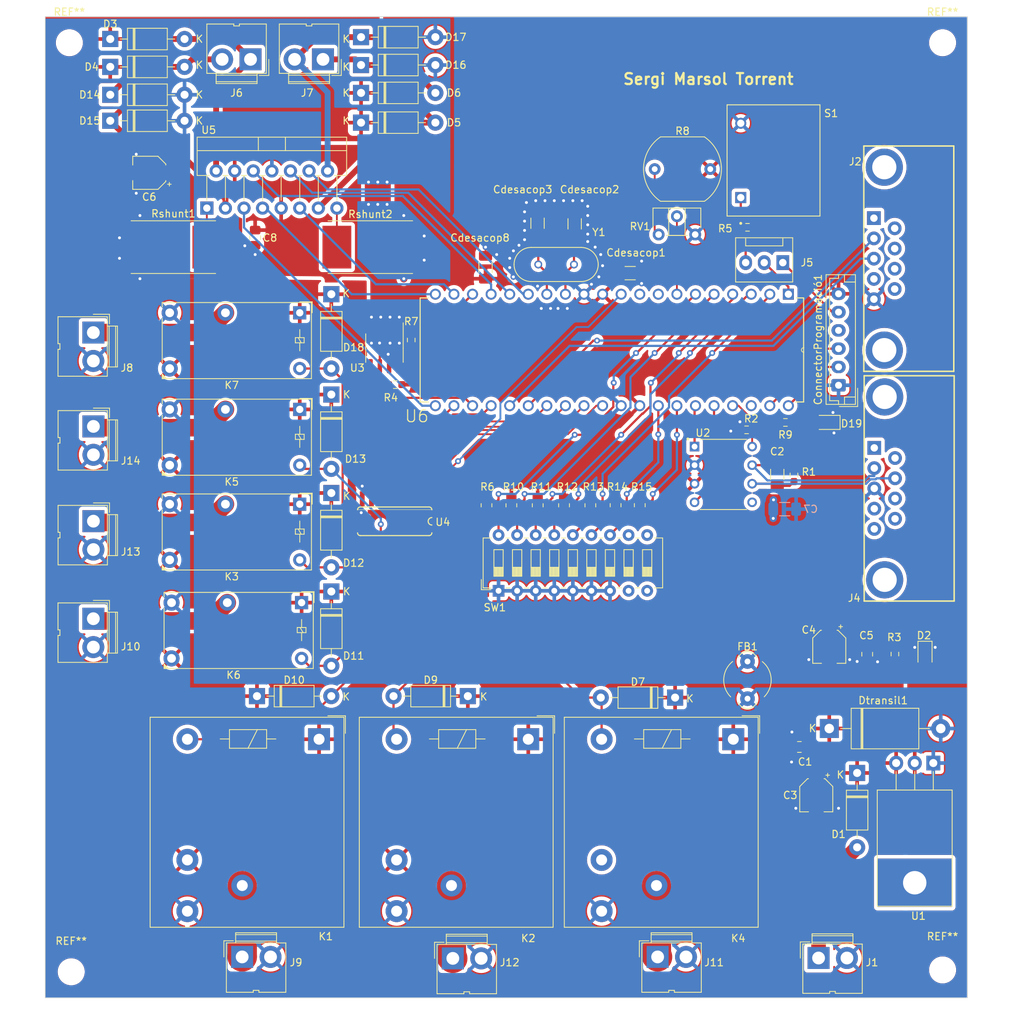
<source format=kicad_pcb>
(kicad_pcb (version 20221018) (generator pcbnew)
  (title_block (title "Car lights") (company "UB") (comment 1 "SergiMarsol") (comment 2 "22/04/23") (comment 3 "Version: 7"))
  (layers (0 "F.Cu" signal) (31 "B.Cu" mixed) (34 "B.Paste" user) (35 "F.Paste" user) (36 "B.SilkS" user "B.Silkscreen") (37 "F.SilkS" user "F.Silkscreen") (38 "B.Mask" user) (39 "F.Mask" user) (44 "Edge.Cuts" user))
  (net 0 "")
  (net 1 "VBAT-PROT")
  (net 2 "GND")
  (net 3 "CLK1")
  (net 4 "CLK0")
  (net 6 "VCC")
  (net 7 "Net-(D2-A)")
  (net 8 "/+motor1")
  (net 9 "/-motor1")
  (net 10 "/+motor2")
  (net 11 "/-motor2")
  (net 12 "R1")
  (net 13 "/led programació")
  (net 14 "R2")
  (net 15 "R3")
  (net 16 "R4")
  (net 17 "R5")
  (net 18 "R6")
  (net 19 "R7")
  (net 21 "RX")
  (net 22 "TX")
  (net 29 "/PGD")
  (net 33 "/PGC")
  (net 36 "/PROG.MCLR")
  (net 37 "/Reset")
  (net 38 "/MCLR")
  (net 39 "/Corriente3A_4")
  (net 40 "/Corriente8A_3")
  (net 41 "/Corriente3A_1")
  (net 42 "/Corriente8A_1")
  (net 43 "/Corriente8A_2")
  (net 44 "/Corriente3A_2")
  (net 45 "/Corriente3A_3")
  (net 46 "RA0")
  (net 47 "Net-(U6-RB4)")
  (net 48 "RA1")
  (net 49 "RA2")
  (net 50 "RA3")
  (net 51 "RA4")
  (net 52 "Net-(U2-RS)")
  (net 53 "SDA")
  (net 54 "SCL")
  (net 60 "I1")
  (net 61 "I2")
  (net 62 "I3")
  (net 63 "I4")
  (net 64 "I5")
  (net 65 "IN1")
  (net 66 "ENA")
  (net 67 "IN2")
  (net 68 "IN3")
  (net 69 "ENB")
  (net 70 "IN4")
  (net 71 "RB0")
  (net 72 "RB1")
  (net 73 "Net-(R8-Pad1)")
  (net 76 "Net-(U5-SENSE_A)")
  (net 77 "Net-(U5-SENSE_B)")
  (net 78 "VBAT")
  (net 80 "/CANRX")
  (net 81 "/CANTX")
  (net 82 "I6")
  (net 83 "I7")
  (net 84 "ADC")
  (net 85 "GNDPWR")
  (net 86 "/CAN-")
  (net 87 "/CAN+")
  (footprint "Resistor_SMD:R_0603_1608Metric_Pad0.98x0.95mm_HandSolder" (layer "F.Cu") (at 98.806 61.722 -90)
    (fp_text reference "R7")
    (fp_text value "4.7k")
  )
  (footprint "Connector:FanPinHeader_1x03_P2.54mm_Vertical" (layer "F.Cu") (at 149.606 51.14 180)
    (fp_text reference "J5")
    (fp_text value "Conn_01x03")
  )
  (footprint "Capacitor_SMD:C_0805_2012Metric_Pad1.18x1.45mm_HandSolder" (layer "F.Cu") (at 77.47 47.7305 90)
    (fp_text reference "C8")
    (fp_text value "100n")
  )
  (footprint "Capacitor_SMD:C_1206_3216Metric_Pad1.33x1.80mm_HandSolder" (layer "F.Cu") (at 128.7395 52.578)
    (fp_text reference "Cdesacop1")
    (fp_text value "100n")
  )
  (footprint "Relay_THT:Relay_SPDT_Finder_32.21-x000" (layer "F.Cu") (at 83.566 84.16 180)
    (fp_text reference "K3")
    (fp_text value "G5NB-1A-DC24")
  )
  (footprint "Diode_THT:D_DO-41_SOD81_P10.16mm_Horizontal" (layer "F.Cu") (at 87.884 69.174 -90)
    (fp_text reference "D13")
    (fp_text value "1N4002")
  )
  (footprint "Resistor_SMD:R_0805_2012Metric_Pad1.20x1.40mm_HandSolder" (layer "F.Cu") (at 116.098 84.312 -90)
    (fp_text reference "R11")
    (fp_text value "22k")
  )
  (footprint "Package_SO:SOIC-8_3.9x4.9mm_P1.27mm" (layer "F.Cu") (at 95.148 62.822 -90)
    (fp_text reference "U3")
    (fp_text value "24C02C/P")
  )
  (footprint "Capacitor_SMD:C_0805_2012Metric_Pad1.18x1.45mm_HandSolder" (layer "F.Cu") (at 161.142 104.6695 -90)
    (fp_text reference "C5")
    (fp_text value "100n")
  )
  (footprint "Capacitor_SMD:C_1206_3216Metric_Pad1.33x1.80mm_HandSolder" (layer "F.Cu") (at 121.15 45.8415 90)
    (fp_text reference "Cdesacop2")
    (fp_text value "100p")
  )
  (footprint "Resistor_SMD:R_Shunt_Vishay_WSR2_WSR3" (layer "F.Cu") (at 93.218 49.022)
    (fp_text reference "Rshunt2")
    (fp_text value "250")
  )
  (footprint "Resistor_SMD:R_0603_1608Metric_Pad0.98x0.95mm_HandSolder" (layer "F.Cu") (at 144.655 74)
    (fp_text reference "R2")
    (fp_text value "1k")
  )
  (footprint "DB9:DB9" (layer "F.Cu") (at 163.48 50.6 -90)
    (fp_text reference "J2")
    (fp_text value "DB9_ConnectorUSART")
  )
  (footprint "Relay_THT:Relay_SPDT_Finder_40.11" (layer "F.Cu") (at 114.8075 116.2925 -90)
    (fp_text reference "K2")
    (fp_text value "G5LE-14-CF_DC24")
  )
  (footprint "DIP787W46P254L927H533Q8:DIP787W46P254L927H533Q8" (layer "F.Cu") (at 141.478 80.096)
    (fp_text reference "U2")
    (fp_text value "MCP2551-I/P")
  )
  (footprint "Resistor_SMD:R_0805_2012Metric_Pad1.20x1.40mm_HandSolder" (layer "F.Cu") (at 123.298 84.312 -90)
    (fp_text reference "R13")
    (fp_text value "22k")
  )
  (footprint "Capacitor_SMD:C_0805_2012Metric_Pad1.18x1.45mm_HandSolder" (layer "F.Cu") (at 151.8705 117.348 180)
    (fp_text reference "C1")
    (fp_text value "100n")
  )
  (footprint "OptoDevice:R_LDR_10x8.5mm_P7.6mm_Vertical" (layer "F.Cu") (at 132.09 38.354)
    (fp_text reference "R8")
    (fp_text value "LDR03")
  )
  (footprint "Resistor_SMD:R_0805_2012Metric_Pad1.20x1.40mm_HandSolder" (layer "F.Cu") (at 119.698 84.312 -90)
    (fp_text reference "R12")
    (fp_text value "22k")
  )
  (footprint "Ferrite_THT:LairdTech_28C0236-0JW-10" (layer "F.Cu") (at 144.78 110.744 90)
    (fp_text reference "FB1")
    (fp_text value "FerriteBead")
  )
  (footprint "MountingHole:MountingHole_3.2mm_M3" (layer "F.Cu") (at 52.324 148.082)
    (fp_text reference "REF**")
    (fp_text value "MountingHole_3.2mm_M3")
  )
  (footprint "Relay_THT:Relay_SPDT_Finder_32.21-x000" (layer "F.Cu") (at 83.566 71.206 180)
    (fp_text reference "K5")
    (fp_text value "G5NB-1A-DC24")
  )
  (footprint "Diode_THT:D_DO-41_SOD81_P10.16mm_Horizontal" (layer "F.Cu") (at 159.766 120.904 -90)
    (fp_text reference "D1")
    (fp_text value "1N4002")
  )
  (footprint "Capacitor_SMD:CP_Elec_4x5.4" (layer "F.Cu") (at 154.178 123.952 -90)
    (fp_text reference "C3")
    (fp_text value "1u")
  )
  (footprint "MountingHole:MountingHole_3.2mm_M3" (layer "F.Cu") (at 171.45 21.082)
    (fp_text reference "REF**")
    (fp_text value "MountingHole_3.2mm_M3")
  )
  (footprint "Diode_THT:D_DO-41_SOD81_P10.16mm_Horizontal" (layer "F.Cu") (at 87.884 96.098 -90)
    (fp_text reference "D11")
    (fp_text value "1N4002")
  )
  (footprint "DIP254P1524X483-40:DIP254P1524X483-40" (layer "F.Cu") (at 102.108 70.698 -90)
    (fp_text reference "U6")
    (fp_text value "PIC18F458-I/P")
  )
  (footprint "Diode_THT:D_DO-41_SOD81_P10.16mm_Horizontal" (layer "F.Cu") (at 87.884 82.636 -90)
    (fp_text reference "D12")
    (fp_text value "1N4002")
  )
  (footprint "SO16:SO16" (layer "F.Cu") (at 96.55 86.5 180)
    (fp_text reference "U4")
    (fp_text value "ULN2003")
  )
  (footprint "LED_SMD:LED_0805_2012Metric_Pad1.15x1.40mm_HandSolder" (layer "F.Cu") (at 169.047 104.757 -90)
    (fp_text reference "D2")
    (fp_text value "LED")
  )
  (footprint "Connector:JWT_A3963_1x02_P3.96mm_Vertical" (layer "F.Cu") (at 76.8375 23.356 180)
    (fp_text reference "J6")
    (fp_text value "Conn_Motor1")
  )
  (footprint "Resistor_SMD:R_0805_2012Metric_Pad1.20x1.40mm_HandSolder" (layer "F.Cu") (at 112.498 84.312 -90)
    (fp_text reference "R10")
    (fp_text value "22k")
  )
  (footprint "Relay_THT:Relay_SPDT_Finder_32.21-x000" (layer "F.Cu") (at 83.566 57.998 180)
    (fp_text reference "K7")
    (fp_text value "G5NB-1A-DC24")
  )
  (footprint "Capacitor_SMD:CP_Elec_4x5.4" (layer "F.Cu") (at 155.956 103.654 -90)
    (fp_text reference "C4")
    (fp_text value "1u")
  )
  (footprint "MountingHole:MountingHole_3.2mm_M3" (layer "F.Cu") (at 52.07 21.082)
    (fp_text reference "REF**")
    (fp_text value "MountingHole_3.2mm_M3")
  )
  (footprint "Resistor_SMD:R_0603_1608Metric_Pad0.98x0.95mm_HandSolder" (layer "F.Cu") (at 164.932 104.653 -90)
    (fp_text reference "R3")
    (fp_text value "1k")
  )
  (footprint "Diode_THT:D_DO-41_SOD81_P10.16mm_Horizontal" (layer "F.Cu") (at 91.948 32.004)
    (fp_text reference "D5")
    (fp_text value "1N4007")
  )
  (footprint "Package_TO_SOT_THT:TO-220-15_P2.54x2.54mm_StaggerOdd_Lead4.58mm_Vertical" (layer "F.Cu") (at 70.866 43.688)
    (fp_text reference "U5")
    (fp_text value "L298N")
  )
  (footprint "Diode_THT:D_DO-201AE_P15.24mm_Horizontal" (layer "F.Cu") (at 155.956 114.828)
    (fp_text reference "Dtransil1")
    (fp_text value "1.5KExxA")
  )
  (footprint "Diode_THT:D_DO-41_SOD81_P10.16mm_Horizontal" (layer "F.Cu") (at 57.658 28.194)
    (fp_text reference "D14")
    (fp_text value "1N4007")
  )
  (footprint "Resistor_SMD:R_0805_2012Metric_Pad1.20x1.40mm_HandSolder" (layer "F.Cu") (at 126.746 84.302 -90)
    (fp_text reference "R14")
    (fp_text value "22k")
  )
  (footprint "Resistor_SMD:R_0805_2012Metric_Pad1.20x1.40mm_HandSolder" (layer "F.Cu") (at 130.048 84.302 -90)
    (fp_text reference "R15")
    (fp_text value "22k")
  )
  (footprint "Relay_THT:Relay_SPDT_Finder_40.11" (layer "F.Cu") (at 142.834 116.2925 -90)
    (fp_text reference "K4")
    (fp_text value "G5LE-14-CF_DC24")
  )
  (footprint "Relay_THT:Relay_SPDT_Finder_40.11" (layer "F.Cu") (at 86.2075 116.2925 -90)
    (fp_text reference "K1")
    (fp_text value "G5LE-14-CF_DC24")
  )
  (footprint "Connector:JWT_A3963_1x02_P3.96mm_Vertical" (layer "F.Cu") (at 104.4925 146.25)
    (fp_text reference "J12")
    (fp_text value "Conn_Antiniebla")
  )
  (footprint "Resistor_SMD:R_0805_2012Metric_Pad1.20x1.40mm_HandSolder" (layer "F.Cu") (at 109.098 84.312 -90)
    (fp_text reference "R6")
    (fp_text value "22k")
  )
  (footprint "Diode_THT:D_DO-41_SOD81_P10.16mm_Horizontal" (layer "F.Cu") (at 91.948 27.94)
    (fp_text reference "D6")
    (fp_text value "1N4007")
  )
  (footprint "Diode_THT:D_DO-41_SOD81_P10.16mm_Horizontal" (layer "F.Cu") (at 91.948 24.13)
    (fp_text reference "D16")
    (fp_text value "1N4007")
  )
  (footprint "Diode_THT:D_DO-41_SOD81_P10.16mm_Horizontal" (layer "F.Cu") (at 77.72 110.4)
    (fp_text reference "D10")
    (fp_text value "1N4002")
  )
  (footprint "Capacitor_SMD:C_1206_3216Metric_Pad1.33x1.80mm_HandSolder" (layer "F.Cu") (at 116.078 45.7585 -90)
    (fp_text reference "Cdesacop3")
    (fp_text value "100p")
  )
  (footprint "Capacitor_SMD:C_1206_3216Metric_Pad1.33x1.80mm_HandSolder" (layer "F.Cu") (at 148.844 80.096 -90)
    (fp_text reference "C2")
    (fp_text value "100p")
  )
  (footprint "Connector:JWT_A3963_1x02_P3.96mm_Vertical" (layer "F.Cu") (at 55.36 86.4845 -90)
    (fp_text reference "J13")
    (fp_text value "Conn_Posicio")
  )
  (footprint "Connector:JWT_A3963_1x02_P3.96mm_Vertical" (layer "F.Cu") (at 132.4925 146.05)
    (fp_text reference "J11")
    (fp_text value "Conn_Largas")
  )
  (footprint "Connector:JWT_A3963_1x02_P3.96mm_Vertical" (layer "F.Cu") (at 86.7435 23.356 180)
    (fp_text reference "J7")
    (fp_text value "Conn_Motor2")
  )
  (footprint "Resistor_SMD:R_0603_1608Metric_Pad0.98x0.95mm_HandSolder" (layer "F.Cu") (at 151.13 80.1605 -90)
    (fp_text reference "R1")
    (fp_text value "100")
  )
  (footprint "Diode_THT:D_DO-41_SOD81_P10.16mm_Horizontal" (layer "F.Cu") (at 57.658 20.574)
    (fp_text reference "D3")
    (fp_text value "1N4007")
  )
  (footprint "Diode_THT:D_DO-41_SOD81_P10.16mm_Horizontal" (layer "F.Cu") (at 57.658 24.384)
    (fp_text reference "D4")
    (fp_text value "1N4007")
  )
  (footprint "SW_A3AT-91L1-00R:SW_A3AT-91L1-00R" (layer "F.Cu") (at 148.336 37.17 90)
    (fp_text reference "S1")
    (fp_text value "A3AT-91L1-00R")
  )
  (footprint "DB9:DB9" (layer "F.Cu") (at 163.53 82.005 -90)
    (fp_text reference "J4")
    (fp_text value "DB9_ConnectorCAN")
  )
  (footprint "XTAL_HC49P488W43L1150T466H350:XTAL_HC49P488W43L1150T466H350" (layer "F.Cu") (at 118.618 51.394)
    (fp_text reference "Y1")
    (fp_text value "HC-49")
  )
  (footprint "Diode_THT:D_DO-41_SOD81_P10.16mm_Horizontal" (layer "F.Cu") (at 57.658 31.75)
    (fp_text reference "D15")
    (fp_text value "1N4007")
  )
  (footprint "Footprint regulador:TO-220-3_Horizontal_TabDown (P2)" (layer "F.Cu") (at 170.133 119.171 180)
    (fp_text reference "U1")
    (fp_text value "LM1117S-5.0")
  )
  (footprint "Resistor_SMD:R_0603_1608Metric_Pad0.98x0.95mm_HandSolder" (layer "F.Cu") (at 149.9635 72.984 180)
    (fp_text reference "R9")
    (fp_text value "1k")
  )
  (footprint "Resistor_SMD:R_Shunt_Vishay_WSR2_WSR3" (layer "F.Cu") (at 66.291 49.022 180)
    (fp_text reference "Rshunt1")
    (fp_text value "250")
  )
  (footprint "Diode_THT:D_DO-41_SOD81_P10.16mm_Horizontal" (layer "F.Cu") (at 91.948 20.32)
    (fp_text reference "D17")
    (fp_text value "1N4007")
  )
  (footprint "LED_SMD:LED_0805_2012Metric_Pad1.15x1.40mm_HandSolder" (layer "F.Cu") (at 155.575 72.984 180)
    (fp_text reference "D19")
    (fp_text value "LED")
  )
  (footprint "Resistor_SMD:R_0603_1608Metric_Pad0.98x0.95mm_HandSolder" (layer "F.Cu") (at 144.78 46.314 180)
    (fp_text reference "R5")
    (fp_text value "1k")
  )
  (footprint "Relay_THT:Relay_SPDT_Finder_32.21-x000" (layer "F.Cu") (at 83.82 97.622 180)
    (fp_text reference "K6")
    (fp_text value "G5NB-1A-DC24")
  )
  (footprint "Potentiometer_THT:Potentiometer_ACP_CA6-H2,5_Horizontal" (layer "F.Cu") (at 132.628 47.299 90)
    (fp_text reference "RV1")
    (fp_text value "R_Potentiometer")
  )
  (footprint "Connector:JWT_A3963_1x02_P3.96mm_Vertical" (layer "F.Cu") (at 154.495 146.2)
    (fp_text reference "J1")
    (fp_text value "Conn_bat")
  )
  (footprint "Connector_JST:JST_EH_B6B-EH-A_1x06_P2.50mm_Vertical" (layer "F.Cu") (at 157.226 67.904 90)
    (fp_text reference "ConnectorProgramació1")
    (fp_text value "Conn_01x06")
  )
  (footprint "Diode_THT:D_DO-41_SOD81_P10.16mm_Horizontal" (layer "F.Cu") (at 87.884 55.458 -90)
    (fp_text reference "D18")
    (fp_text value "1N4002")
  )
  (footprint "Connector:JWT_A3963_1x02_P3.96mm_Vertical" (layer "F.Cu") (at 55.348 60.701 -90)
    (fp_text reference "J8")
    (fp_text value "Conn_I.E")
  )
  (footprint "Connector:JWT_A3963_1x02_P3.96mm_Vertical" (layer "F.Cu") (at 75.6925 146.05)
    (fp_text reference "J9")
    (fp_text value "Conn_Fre")
  )
  (footprint "Capacitor_SMD:C_1206_3216Metric_Pad1.33x1.80mm_HandSolder" (layer "F.Cu") (at 108.966 51.7775 90)
    (fp_text reference "Cdesacop8")
    (fp_text value "100n")
  )
  (footprint "Capacitor_SMD:CP_Elec_4x5.4" (layer "F.Cu") (at 62.992 38.862 180)
    (fp_text reference "C6")
    (fp_text value "220n")
  )
  (footprint "MountingHole:MountingHole_3.2mm_M3" (layer "F.Cu") (at 171.45 147.828)
    (fp_text reference "REF**")
    (fp_text value "MountingHole_3.2mm_M3")
  )
  (footprint "Connector:JWT_A3963_1x02_P3.96mm_Vertical" (layer "F.Cu") (at 55.348 99.817 -90)
    (fp_text reference "J10")
    (fp_text value "Conn_Cruce")
  )
  (footprint "Connector:JWT_A3963_1x02_P3.96mm_Vertical" (layer "F.Cu") (at 55.36 73.5305 -90)
    (fp_text reference "J14")
    (fp_text value "Conn_I.D")
  )
  (footprint "Resistor_SMD:R_0603_1608Metric_Pad0.98x0.95mm_HandSolder" (layer "F.Cu") (at 96.6235 67.818 180)
    (fp_text reference "R4")
    (fp_text value "4.7k")
  )
  (footprint "Diode_THT:D_DO-41_SOD81_P10.16mm_Horizontal" (layer "F.Cu") (at 106.546 110.4 180)
    (fp_text reference "D9")
    (fp_text value "1N4002")
  )
  (footprint "Button_Switch_THT:SW_DIP_SPSTx09_Slide_6.7x24.42mm_W7.62mm_P2.54mm_LowProfile" (layer "F.Cu") (at 110.744 96.002 90)
    (fp_text reference "SW1")
    (fp_text value "SW_DIP_x09")
  )
  (footprint "Diode_THT:D_DO-41_SOD81_P10.16mm_Horizontal" (layer "F.Cu") (at 134.88 110.6 180)
    (fp_text reference "D7")
    (fp_text value "1N4002")
  )
  (footprint "Capacitor_SMD:C_1206_3216Metric_Pad1.33x1.80mm_HandSolder" (layer "B.Cu") (at 149.86 84.836)
    (fp_text reference "C7")
    (fp_text value "100n")
  )
  (gr_rect (start 48.768 17.526) (end 174.835 151.646) (stroke (width 0.1)) (fill none) (layer "Edge.Cuts"))
  (gr_text "Sergi Marsol Torrent\n" (at 127.625 26.925) (layer "F.SilkS") (effects (font (size 1.5 1.5) (thickness 0.3) bold) (justify left bottom)))
  (segment (start 95.783 62.019) (end 95.91 62.146) (width 0.25) (layer "F.Cu") (net 2))
  (segment (start 97.053 62.019) (end 97.18 62.146) (width 0.25) (layer "F.Cu") (net 2))
  (segment (start 92.105 81.691) (end 92.105 83.4266) (width 0.25) (layer "F.Cu") (net 2))
  (segment (start 76.054874 48.837149) (end 77.400851 48.837149) (width 0.25) (layer "F.Cu") (net 2))
  (segment (start 153.162 105.41) (end 153.206 105.454) (width 0.25) (layer "F.Cu") (net 2))
  (segment (start 93.37 60.22) (end 93.243 60.347) (width 0.25) (layer "F.Cu") (net 2))
  (segment (start 167.64 103.732) (end 169.047 103.732) (width 0.25) (layer "F.Cu") (net 2))
  (segment (start 91.970646 85.321353) (end 92.105 85.186999) (width 0.25) (layer "F.Cu") (net 2))
  (segment (start 156.6 71.764) (end 156.6 72.984) (width 0.25) (layer "F.Cu") (net 2))
  (segment (start 95.656 64.793249) (end 95.783 64.920249) (width 0.25) (layer "F.Cu") (net 2))
  (segment (start 110.49 50.038) (end 109.143 50.038) (width 0.25) (layer "F.Cu") (net 2))
  (segment (start 121.271 44.4) (end 121.15 44.279) (width 1) (layer "F.Cu") (net 2))
  (segment (start 94.488 61.214) (end 94.488 60.314) (width 0.25) (layer "F.Cu") (net 2))
  (segment (start 109.143 50.038) (end 108.966 50.215) (width 0.25) (layer "F.Cu") (net 2))
  (segment (start 94.64 58.59) (end 94.64 60.22) (width 0.25) (layer "F.Cu") (net 2))
  (segment (start 93.37 58.59) (end 93.37 60.22) (width 0.25) (layer "F.Cu") (net 2))
  (segment (start 95.656 63.67) (end 95.656 64.793249) (width 0.25) (layer "F.Cu") (net 2))
  (segment (start 115.607 44.279) (end 116.081 44.279) (width 0.5) (layer "F.Cu") (net 2))
  (segment (start 170.434 103.732) (end 169.047 103.732) (width 0.25) (layer "F.Cu") (net 2))
  (segment (start 94.478781 61.223219) (end 94.488 61.214) (width 0.25) (layer "F.Cu") (net 2))
  (segment (start 159.766 105.664) (end 159.809 105.707) (width 0.25) (layer "F.Cu") (net 2))
  (segment (start 92.105 85.186999) (end 92.105 83.4266) (width 0.25) (layer "F.Cu") (net 2))
  (segment (start 162.56 105.707) (end 161.142 105.707) (width 0.25) (layer "F.Cu") (net 2))
  (segment (start 97.18 60.22) (end 97.053 60.347) (width 0.25) (layer "F.Cu") (net 2))
  (segment (start 156.6 74.422) (end 156.6 72.984) (width 0.25) (layer "F.Cu") (net 2))
  (segment (start 158.75 105.41) (end 156 105.41) (width 0.25) (layer "F.Cu") (net 2))
  (segment (start 95.91 60.22) (end 95.783 60.347) (width 0.25) (layer "F.Cu") (net 2))
  (segment (start 156 105.41) (end 155.956 105.454) (width 0.25) (layer "F.Cu") (net 2))
  (segment (start 93.243 60.347) (end 93.243 62.019) (width 0.25) (layer "F.Cu") (net 2))
  (segment (start 97.18 58.59) (end 97.18 60.22) (width 0.25) (layer "F.Cu") (net 2))
  (segment (start 95.91 58.59) (end 95.91 60.22) (width 0.25) (layer "F.Cu") (net 2))
  (segment (start 159.809 105.707) (end 161.142 105.707) (width 0.25) (layer "F.Cu") (net 2))
  (segment (start 77.47 50.038) (end 77.47 48.768) (width 0.25) (layer "F.Cu") (net 2))
  (segment (start 143.7425 72.898) (end 143.7425 74) (width 0.25) (layer "F.Cu") (net 2))
  (segment (start 130.302 50.93425) (end 130.302 52.578) (width 0.25) (layer "F.Cu") (net 2))
  (segment (start 142.494 74.168) (end 143.5745 74.168) (width 0.25) (layer "F.Cu") (net 2))
  (segment (start 143.5745 74.168) (end 143.7425 74) (width 0.25) (layer "F.Cu") (net 2))
  (segment (start 153.206 105.454) (end 155.956 105.454) (width 0.25) (layer "F.Cu") (net 2))
  (segment (start 94.478781 62.132291) (end 94.478781 61.223219) (width 0.25) (layer "F.Cu") (net 2))
  (segment (start 94.64 60.22) (end 94.513 60.347) (width 0.25) (layer "F.Cu") (net 2))
  (segment (start 97.053 60.347) (end 97.053 62.019) (width 0.25) (layer "F.Cu") (net 2))
  (segment (start 95.783 60.347) (end 95.783 62.019) (width 0.25) (layer "F.Cu") (net 2))
  (segment (start 108.966 49.022) (end 108.966 50.215) (width 0.25) (layer "F.Cu") (net 2))
  (segment (start 156.464 71.628) (end 156.6 71.764) (width 0.25) (layer "F.Cu") (net 2))
  (segment (start 130.302 53.9875) (end 130.302 52.578) (width 0.25) (layer "F.Cu") (net 2))
  (segment (start 95.783 64.920249) (end 95.783 65.297) (width 0.25) (layer "F.Cu") (net 2))
  (segment (start 93.243 62.019) (end 93.37 62.146) (width 0.25) (layer "F.Cu") (net 2))
  (via (at 142.494 74.168) (size 0.8) (drill 0.4) (layers "F.Cu" "B.Cu") (net 2))
  (via (at 158.75 105.41) (size 0.8) (drill 0.4) (layers "F.Cu" "B.Cu") (net 2))
  (via (at 77.47 50.038) (size 0.8) (drill 0.4) (layers "F.Cu" "B.Cu") (net 2))
  (via (at 122.936 48.26) (size 0.8) (drill 0.4) (layers "F.Cu" "B.Cu") (net 2))
  (via (at 112.776 53.086) (size 0.8) (drill 0.4) (layers "F.Cu" "B.Cu") (net 2))
  (via (at 92.105 81.691) (size 0.8) (drill 0.4) (layers "F.Cu" "B.Cu") (net 2))
  (via (at 116.586 57.404) (size 0.8) (drill 0.4) (layers "F.Cu" "B.Cu") (net 2))
  (via (at 122.936 44.704) (size 0.8) (drill 0.4) (layers "F.Cu" "B.Cu") (net 2))
  (via (at 117.856 57.404) (size 0.8) (drill 0.4) (layers "F.Cu" "B.Cu") (net 2))
  (via (at 97.18 62.146) (size 0.8) (drill 0.4) (layers "F.Cu" "B.Cu") (net 2))
  (via (at 122.174 42.672) (size 0.8) (drill 0.4) (layers "F.Cu" "B.Cu") (net 2))
  (via (at 120.904 42.672) (size 0.8) (drill 0.4) (layers "F.Cu" "B.Cu") (net 2))
  (via (at 116.078 54.356) (size 0.8) (drill 0.4) (layers "F.Cu" "B.Cu") (net 2))
  (via (at 159.766 105.664) (size 0.8) (drill 0.4) (layers "F.Cu" "B.Cu") (net 2))
  (via (at 114.3 44.196) (size 0.8) (drill 0.4) (layers "F.Cu" "B.Cu") (net 2))
  (via (at 94.478781 62.132291) (size 0.8) (drill 0.4) (layers "F.Cu" "B.Cu") (net 2))
  (via (at 93.37 62.146) (size 0.8) (drill 0.4) (layers "F.Cu" "B.Cu") (net 2))
  (via (at 122.936 47.244) (size 0.8) (drill 0.4) (layers "F.Cu" "B.Cu") (net 2))
  (via (at 119.634 42.672) (size 0.8) (drill 0.4) (layers "F.Cu" "B.Cu") (net 2))
  (via (at 97.18 58.59) (size 0.8) (drill 0.4) (layers "F.Cu" "B.Cu") (net 2))
  (via (at 114.3 48.006) (size 0.8) (drill 0.4) (layers "F.Cu" "B.Cu") (net 2))
  (via (at 124.46 53.086) (size 0.8) (drill 0.4) (layers "F.Cu" "B.Cu") (net 2))
  (via (at 112.268 50.546) (size 0.8) (drill 0.4) (layers "F.Cu" "B.Cu") (net 2))
  (via (at 143.7425 72.898) (size 0.8) (drill 0.4) (layers "F.Cu" "B.Cu") (net 2))
  (via (at 130.302 50.93425) (size 0.8) (drill 0.4) (layers "F.Cu" "B.Cu") (net 2))
  (via (at 114.554 42.926) (size 0.8) (drill 0.4) (layers "F.Cu" "B.Cu") (net 2))
  (via (at 130.302 53.9875) (size 0.8) (drill 0.4) (layers "F.Cu" "B.Cu") (net 2))
  (via (at 95.91 62.146) (size 0.8) (drill 0.4) (layers "F.Cu" "B.Cu") (net 2))
  (via (at 114.3 45.466) (size 0.8) (drill 0.4) (layers "F.Cu" "B.Cu") (net 2))
  (via (at 122.936 45.974) (size 0.8) (drill 0.4) (layers "F.Cu" "B.Cu") (net 2))
  (via (at 115.824 42.672) (size 0.8) (drill 0.4) (layers "F.Cu" "B.Cu") (net 2))
  (via (at 123.952 49.022) (size 0.8) (drill 0.4) (layers "F.Cu" "B.Cu") (net 2))
  (via (at 76.054874 48.837149) (size 0.8) (drill 0.4) (layers "F.Cu" "B.Cu") (net 2))
  (via (at 112.776 49.53) (size 0.8) (drill 0.4) (layers "F.Cu" "B.Cu") (net 2))
  (via (at 120.142 57.404) (size 0.8) (drill 0.4) (layers "F.Cu" "B.Cu") (net 2))
  (via (at 153.162 105.41) (size 0.8) (drill 0.4) (layers "F.Cu" "B.Cu") (net 2))
  (via (at 162.56 105.707) (size 0.8) (drill 0.4) (layers "F.Cu" "B.Cu") (net 2))
  (via (at 170.434 103.732) (size 0.8) (drill 0.4) (layers "F.Cu" "B.Cu") (net 2))
  (via (at 114.3 46.736) (size 0.8) (drill 0.4) (layers "F.Cu" "B.Cu") (net 2))
  (via (at 118.872 57.404) (size 0.8) (drill 0.4) (layers "F.Cu" "B.Cu") (net 2))
  (via (at 108.966 49.022) (size 0.8) (drill 0.4) (layers "F.Cu" "B.Cu") (net 2))
  (via (at 91.970646 85.321353) (size 0.8) (drill 0.4) (layers "F.Cu" "B.Cu") (net 2))
  (via (at 117.094 42.672) (size 0.8) (drill 0.4) (layers "F.Cu" "B.Cu") (net 2))
  (via (at 110.49 50.038) (size 0.8) (drill 0.4) (layers "F.Cu" "B.Cu") (net 2))
  (via (at 167.64 103.732) (size 0.8) (drill 0.4) (layers "F.Cu" "B.Cu") (net 2))
  (via (at 122.936 43.434) (size 0.8) (drill 0.4) (layers "F.Cu" "B.Cu") (net 2))
  (via (at 124.714 50.038) (size 0.8) (drill 0.4) (layers "F.Cu" "B.Cu") (net 2))
  (via (at 93.37 58.59) (size 0.8) (drill 0.4) (layers "F.Cu" "B.Cu") (net 2))
  (via (at 113.538 48.768) (size 0.8) (drill 0.4) (layers "F.Cu" "B.Cu") (net 2))
  (via (at 95.656 63.67) (size 0.8) (drill 0.4) (layers "F.Cu" "B.Cu") (net 2))
  (via (at 124.968 51.562) (size 0.8) (drill 0.4) (layers "F.Cu" "B.Cu") (net 2))
  (via (at 112.268 51.816) (size 0.8) (drill 0.4) (layers "F.Cu" "B.Cu") (net 2))
  (via (at 156.6 74.422) (size 0.8) (drill 0.4) (layers "F.Cu" "B.Cu") (net 2))
  (via (at 123.444 54.102) (size 0.8) (drill 0.4) (layers "F.Cu" "B.Cu") (net 2))
  (via (at 95.91 58.59) (size 0.8) (drill 0.4) (layers "F.Cu" "B.Cu") (net 2))
  (via (at 118.364 42.672) (size 0.8) (drill 0.4) (layers "F.Cu" "B.Cu") (net 2))
  (via (at 94.64 58.59) (size 0.8) (drill 0.4) (layers "F.Cu" "B.Cu") (net 2))
  (via (at 156.464 71.628) (size 0.8) (drill 0.4) (layers "F.Cu" "B.Cu") (net 2))
  (segment (start 137.8355 78.5335) (end 137.543 78.826) (width 0.5) (layer "B.Cu") (net 2))
  (segment (start 127.2155 70.9905) (end 127.508 70.698) (width 0.5) (layer "B.Cu") (net 2))
  (segment (start 119.888 52.564) (end 119.888 55.458) (width 0.3) (layer "F.Cu") (net 3))
  (segment (start 121.058 51.394) (end 119.888 52.564) (width 0.3) (layer "F.Cu") (net 3))
  (segment (start 121.058 51.394) (end 121.058 47.4685) (width 0.3) (layer "F.Cu") (net 3))
  (segment (start 121.058 47.4685) (end 121.158 47.3685) (width 0.3) (layer "F.Cu") (net 3))
  (segment (start 117.348 52.564) (end 117.348 55.458) (width 0.3) (layer "F.Cu") (net 4))
  (segment (start 116.178 47.507) (end 116.178 51.394) (width 0.3) (layer "F.Cu") (net 4))
  (segment (start 116.078 47.407) (end 116.178 47.507) (width 0.3) (layer "F.Cu") (net 4))
  (segment (start 116.178 51.394) (end 117.348 52.564) (width 0.3) (layer "F.Cu") (net 4))
  (segment (start 167.64 119.634) (end 167.64 119.548) (width 0.5) (layer "F.Cu") (net 6))
  (segment (start 145.6925 46.314) (end 148.136 46.314) (width 0.5) (layer "F.Cu") (net 6))
  (segment (start 148.136 46.314) (end 157.226 55.404) (width 0.5) (layer "F.Cu") (net 6))
  (via (at 148.2975 86.106) (size 0.8) (drill 0.4) (layers "F.Cu" "B.Cu") (net 6))
  (via (at 148.336 83.566) (size 0.8) (drill 0.4) (layers "F.Cu" "B.Cu") (net 6))
  (segment (start 148.2975 86.106) (end 148.2975 84.836) (width 1) (layer "B.Cu") (net 6))
  (segment (start 148.2975 83.6045) (end 148.336 83.566) (width 1) (layer "B.Cu") (net 6))
  (segment (start 148.2975 84.836) (end 148.2975 83.6045) (width 1) (layer "B.Cu") (net 6))
  (segment (start 168.8305 105.5655) (end 169.047 105.782) (width 0.25) (layer "F.Cu") (net 7))
  (segment (start 164.932 105.5655) (end 168.8305 105.5655) (width 0.25) (layer "F.Cu") (net 7))
  (segment (start 67.818 20.574) (end 74.0555 20.574) (width 0.8) (layer "F.Cu") (net 8))
  (segment (start 72.136 28.0575) (end 76.8375 23.356) (width 0.8) (layer "F.Cu") (net 8))
  (segment (start 72.136 38.608) (end 72.136 28.0575) (width 0.8) (layer "F.Cu") (net 8))
  (segment (start 65.278 20.574) (end 57.658 28.194) (width 0.8) (layer "F.Cu") (net 8))
  (segment (start 74.0555 20.574) (end 76.8375 23.356) (width 0.8) (layer "F.Cu") (net 8))
  (segment (start 67.818 20.574) (end 65.278 20.574) (width 0.8) (layer "F.Cu") (net 8))
  (segment (start 65.390792 34.4) (end 60.2 34.4) (width 0.8) (layer "F.Cu") (net 9))
  (segment (start 73.406 43.688) (end 73.406 42.415208) (width 0.8) (layer "F.Cu") (net 9))
  (segment (start 72.9575 23.356) (end 68.846 23.356) (width 0.8) (layer "F.Cu") (net 9))
  (segment (start 73.406 42.415208) (end 65.390792 34.4) (width 0.8) (layer "F.Cu") (net 9))
  (segment (start 60.2 34.292) (end 57.658 31.75) (width 0.8) (layer "F.Cu") (net 9))
  (segment (start 67.818 24.384) (end 65.024 24.384) (width 0.8) (layer "F.Cu") (net 9))
  (segment (start 60.2 34.4) (end 60.2 34.292) (width 0.8) (layer "F.Cu") (net 9))
  (segment (start 65.024 24.384) (end 57.658 31.75) (width 0.8) (layer "F.Cu") (net 9))
  (segment (start 68.846 23.356) (end 67.818 24.384) (width 0.8) (layer "F.Cu") (net 9))
  (segment (start 86.7435 23.356) (end 91.174 23.356) (width 0.8) (layer "F.Cu") (net 10))
  (segment (start 91.948 24.13) (end 94.234 24.13) (width 0.8) (layer "F.Cu") (net 10))
  (segment (start 102.108 32.004) (end 97.79 32.004) (width 0.8) (layer "F.Cu") (net 10))
  (segment (start 94.234 24.13) (end 102.108 32.004) (width 0.8) (layer "F.Cu") (net 10))
  (segment (start 91.174 23.356) (end 91.948 24.13) (width 0.8) (layer "F.Cu") (net 10))
  (segment (start 97.79 32.004) (end 86.106 43.688) (width 0.8) (layer "F.Cu") (net 10))
  (segment (start 85.8995 20.32) (end 82.8635 23.356) (width 0.8) (layer "F.Cu") (net 11))
  (segment (start 91.948 20.32) (end 94.488 20.32) (width 0.8) (layer "F.Cu") (net 11))
  (segment (start 91.948 20.32) (end 85.8995 20.32) (width 0.8) (layer "F.Cu") (net 11))
  (segment (start 94.488 20.32) (end 102.108 27.94) (width 0.8) (layer "F.Cu") (net 11))
  (segment (start 87.376 27.8685) (end 87.376 38.608) (width 0.8) (layer "B.Cu") (net 11))
  (segment (start 82.8635 23.356) (end 87.376 27.8685) (width 0.8) (layer "B.Cu") (net 11))
  (segment (start 124.834 116.2925) (end 124.834 110.714) (width 0.3) (layer "F.Cu") (net 12))
  (segment (start 124.72 110.6) (end 122.0216 110.6) (width 0.3) (layer "F.Cu") (net 12))
  (segment (start 124.834 110.714) (end 124.72 110.6) (width 0.3) (layer "F.Cu") (net 12))
  (segment (start 122.0216 110.6) (end 100.995 89.5734) (width 0.3) (layer "F.Cu") (net 12))
  (segment (start 124.72 116.1785) (end 124.834 116.2925) (width 0.3) (layer "F.Cu") (net 12))
  (segment (start 150.876 72.984) (end 154.437 72.984) (width 0.3) (layer "F.Cu") (net 13))
  (segment (start 96.386 115.871) (end 96.8075 116.2925) (width 0.3) (layer "F.Cu") (net 14))
  (segment (start 96.386 110.4) (end 96.386 115.871) (width 0.3) (layer "F.Cu") (net 14))
  (segment (start 99.725 107.061) (end 96.386 110.4) (width 0.3) (layer "F.Cu") (net 14))
  (segment (start 99.725 89.5734) (end 99.725 107.061) (width 0.3) (layer "F.Cu") (net 14))
  (segment (start 98.455 99.825) (end 87.88 110.4) (width 0.3) (layer "F.Cu") (net 15))
  (segment (start 81.9875 116.2925) (end 68.2075 116.2925) (width 0.3) (layer "F.Cu") (net 15))
  (segment (start 87.88 110.4) (end 81.9875 116.2925) (width 0.3) (layer "F.Cu") (net 15))
  (segment (start 98.455 89.5734) (end 98.455 99.825) (width 0.3) (layer "F.Cu") (net 15))
  (segment (start 84.833 106.258) (end 87.884 106.258) (width 0.3) (layer "F.Cu") (net 16))
  (segment (start 97.185 96.957) (end 87.884 106.258) (width 0.3) (layer "F.Cu") (net 16))
  (segment (start 97.185 89.5734) (end 97.185 96.957) (width 0.3) (layer "F.Cu") (net 16))
  (segment (start 83.82 105.242) (end 83.82 105.245) (width 0.3) (layer "F.Cu") (net 16))
  (segment (start 83.82 105.245) (end 84.833 106.258) (width 0.3) (layer "F.Cu") (net 16))
  (segment (start 87.884 92.796) (end 84.582 92.796) (width 0.3) (layer "F.Cu") (net 17))
  (segment (start 95.915 89.5734) (end 95.915 91.0894) (width 0.3) (layer "F.Cu") (net 17))
  (segment (start 84.582 92.796) (end 83.566 91.78) (width 0.3) (layer "F.Cu") (net 17))
  (segment (start 95.915 91.0894) (end 94.2084 92.796) (width 0.3) (layer "F.Cu") (net 17))
  (segment (start 94.2084 92.796) (end 87.884 92.796) (width 0.3) (layer "F.Cu") (net 17))
  (segment (start 94.645 89.5734) (end 94.645 86.905) (width 0.3) (layer "F.Cu") (net 18))
  (segment (start 84.074 79.334) (end 83.566 78.826) (width 0.3) (layer "F.Cu") (net 18))
  (segment (start 87.884 79.334) (end 84.074 79.334) (width 0.3) (layer "F.Cu") (net 18))
  (segment (start 94.645 86.905) (end 94.65 86.9) (width 0.3) (layer "F.Cu") (net 18))
  (via (at 94.65 86.9) (size 0.8) (drill 0.4) (layers "F.Cu" "B.Cu") (net 18))
  (segment (start 94.65 86.1) (end 87.884 79.334) (width 0.3) (layer "B.Cu") (net 18))
  (segment (start 94.65 86.9) (end 94.65 86.1) (width 0.3) (layer "B.Cu") (net 18))
  (segment (start 89.434 67.168) (end 89.434 84.1164) (width 0.3) (layer "F.Cu") (net 19))
  (segment (start 87.884 65.618) (end 89.434 67.168) (width 0.3) (layer "F.Cu") (net 19))
  (segment (start 87.884 65.618) (end 83.566 65.618) (width 0.3) (layer "F.Cu") (net 19))
  (segment (start 93.375 88.0574) (end 93.375 89.5734) (width 0.3) (layer "F.Cu") (net 19))
  (segment (start 89.434 84.1164) (end 93.375 88.0574) (width 0.3) (layer "F.Cu") (net 19))
  (segment (start 123.7095 61.7965) (end 114.808 70.698) (width 0.3) (layer "F.Cu") (net 21))
  (segment (start 124.206 61.7965) (end 123.7095 61.7965) (width 0.3) (layer "F.Cu") (net 21))
  (via (at 124.206 61.7965) (size 0.8) (drill 0.4) (layers "F.Cu" "B.Cu") (net 21))
  (segment (start 162.06 47.83) (end 148.0935 61.7965) (width 0.3) (layer "B.Cu") (net 21))
  (segment (start 148.0935 61.7965) (end 124.206 61.7965) (width 0.3) (layer "B.Cu") (net 21))
  (segment (start 162.06 50.6) (end 160.243299 50.6) (width 0.3) (layer "B.Cu") (net 22))
  (segment (start 148.322299 62.521) (end 120.445 62.521) (width 0.3) (layer "B.Cu") (net 22))
  (segment (start 160.243299 50.6) (end 148.322299 62.521) (width 0.3) (layer "B.Cu") (net 22))
  (segment (start 120.445 62.521) (end 112.268 70.698) (width 0.3) (layer "B.Cu") (net 22))
  (segment (start 150.368 70.698) (end 155.662 65.404) (width 0.3) (layer "F.Cu") (net 29))
  (segment (start 155.662 65.404) (end 157.226 65.404) (width 0.3) (layer "F.Cu") (net 29))
  (segment (start 157.226 62.904) (end 155.622 62.904) (width 0.3) (layer "F.Cu") (net 33))
  (segment (start 155.622 62.904) (end 147.828 70.698) (width 0.3) (layer "F.Cu") (net 33))
  (segment (start 149.606 51.14) (end 156.37 57.904) (width 0.3) (layer "F.Cu") (net 36))
  (segment (start 156.37 57.904) (end 157.226 57.904) (width 0.3) (layer "F.Cu") (net 36))
  (segment (start 143.8675 46.314) (end 144.526 46.9725) (width 0.3) (layer "F.Cu") (net 37))
  (segment (start 143.8675 46.314) (end 143.856 46.3025) (width 0.3) (layer "F.Cu") (net 37))
  (segment (start 144.526 46.9725) (end 144.526 51.14) (width 0.3) (layer "F.Cu") (net 37))
  (segment (start 143.856 46.3025) (end 143.856 42.25) (width 0.3) (layer "F.Cu") (net 37))
  (segment (start 150.368 54.442) (end 150.368 55.458) (width 0.3) (layer "F.Cu") (net 38))
  (segment (start 147.066 51.14) (end 150.368 54.442) (width 0.3) (layer "F.Cu") (net 38))
  (segment (start 70.703 60.701) (end 73.406 57.998) (width 2.4) (layer "F.Cu") (net 39))
  (segment (start 55.348 60.701) (end 70.703 60.701) (width 2.4) (layer "F.Cu") (net 39))
  (segment (start 75.7075 136.2925) (end 75.7075 146.035) (width 4) (layer "F.Cu") (net 40))
  (segment (start 75.7075 146.035) (end 75.6925 146.05) (width 4) (layer "F.Cu") (net 40))
  (segment (start 55.348 99.817) (end 55.653 100.122) (width 2.4) (layer "F.Cu") (net 41))
  (segment (start 71.16 100.122) (end 73.66 97.622) (width 2.4) (layer "F.Cu") (net 41))
  (segment (start 55.653 100.122) (end 71.16 100.122) (width 2.4) (layer "F.Cu") (net 41))
  (segment (start 132.334 136.2925) (end 132.334 145.8915) (width 4) (layer "F.Cu") (net 42))
  (segment (start 132.334 145.8915) (end 132.4925 146.05) (width 4) (layer "F.Cu") (net 42))
  (segment (start 104.3075 136.2925) (end 104.3075 146.065) (width 4) (layer "F.Cu") (net 43))
  (segment (start 104.3075 146.065) (end 104.4925 146.25) (width 4) (layer "F.Cu") (net 43))
  (segment (start 70.906 86.66) (end 73.406 84.16) (width 2.4) (layer "F.Cu") (net 44))
  (segment (start 55.36 86.4845) (end 55.5355 86.66) (width 2.4) (layer "F.Cu") (net 44))
  (segment (start 55.5355 86.66) (end 70.906 86.66) (width 2.4) (layer "F.Cu") (net 44))
  (segment (start 70.906 73.706) (end 73.406 71.206) (width 2.4) (layer "F.Cu") (net 45))
  (segment (start 55.5355 73.706) (end 70.906 73.706) (width 2.4) (layer "F.Cu") (net 45))
  (segment (start 55.36 73.5305) (end 55.5355 73.706) (width 2.4) (layer "F.Cu") (net 45))
  (segment (start 109.098 85.312) (end 110.744 86.958) (width 0.3) (layer "F.Cu") (net 46))
  (segment (start 110.744 86.958) (end 110.744 88.35) (width 0.3) (layer "F.Cu") (net 46))
  (segment (start 110.744 83.524) (end 109.098 85.17) (width 0.3) (layer "F.Cu") (net 46))
  (segment (start 121.158 74.676) (end 122.6237 74.676) (width 0.3) (layer "F.Cu") (net 46))
  (segment (start 126.4337 70.866) (end 126.4337 67.6223) (width 0.3) (layer "F.Cu") (net 46))
  (segment (start 126.4337 67.6223) (end 126.492 67.564) (width 0.3) (layer "F.Cu") (net 46))
  (segment (start 110.744 82.762) (end 110.744 83.524) (width 0.3) (layer "F.Cu") (net 46))
  (segment (start 129.54 63.5) (end 129.626 63.5) (width 0.3) (layer "F.Cu") (net 46))
  (segment (start 109.098 85.312) (end 109.098 85.098827) (width 0.3) (layer "F.Cu") (net 46))
  (segment (start 109.098 85.17) (end 109.098 85.312) (width 0.3) (layer "F.Cu") (net 46))
  (segment (start 122.6237 74.676) (end 126.4337 70.866) (width 0.3) (layer "F.Cu") (net 46))
  (segment (start 129.626 63.5) (end 137.668 55.458) (width 0.3) (layer "F.Cu") (net 46))
  (via (at 110.744 82.762) (size 0.8) (drill 0.4) (layers "F.Cu" "B.Cu") (net 46))
  (via (at 126.492 67.564) (size 0.8) (drill 0.4) (layers "F.Cu" "B.Cu") (net 46))
  (via (at 121.158 74.676) (size 0.8) (drill 0.4) (layers "F.Cu" "B.Cu") (net 46))
  (via (at 129.54 63.5) (size 0.8) (drill 0.4) (layers "F.Cu" "B.Cu") (net 46))
  (segment (start 126.492 66.548) (end 129.54 63.5) (width 0.3) (layer "B.Cu") (net 46))
  (segment (start 126.492 67.564) (end 126.492 66.548) (width 0.3) (layer "B.Cu") (net 46))
  (segment (start 110.744 82.762) (end 113.072 82.762) (width 0.3) (layer "B.Cu") (net 46))
  (segment (start 113.072 82.762) (end 121.158 74.676) (width 0.3) (layer "B.Cu") (net 46))
  (segment (start 143.548495 70.698) (end 145.834495 72.984) (width 0.25) (layer "F.Cu") (net 47))
  (segment (start 145.834495 72.984) (end 149.051 72.984) (width 0.25) (layer "F.Cu") (net 47))
  (segment (start 142.748 70.698) (end 143.548495 70.698) (width 0.25) (layer "F.Cu") (net 47))
  (segment (start 113.284 86.098) (end 113.284 88.35) (width 0.3) (layer "F.Cu") (net 48))
  (segment (start 132.166 63.5) (end 140.208 55.458) (width 0.3) (layer "F.Cu") (net 48))
  (segment (start 114.3 83.51) (end 112.498 85.312) (width 0.3) (layer "F.Cu") (net 48))
  (segment (start 132.08 63.5) (end 132.166 63.5) (width 0.3) (layer "F.Cu") (net 48))
  (segment (start 112.498 85.312) (end 113.284 86.098) (width 0.3) (layer "F.Cu") (net 48))
  (segment (start 114.3 82.762) (end 114.3 83.51) (width 0.3) (layer "F.Cu") (net 48))
  (via (at 114.3 82.762) (size 0.8) (drill 0.4) (layers "F.Cu" "B.Cu") (net 48))
  (via (at 132.08 63.5) (size 0.8) (drill 0.4) (layers "F.Cu" "B.Cu") (net 48))
  (segment (start 128.778 70.94729) (end 128.778 66.802) (width 0.3) (layer "B.Cu") (net 48))
  (segment (start 116.96329 82.762) (end 128.778 70.94729) (width 0.3) (layer "B.Cu") (net 48))
  (segment (start 114.3 82.762) (end 116.96329 82.762) (width 0.3) (layer "B.Cu") (net 48))
  (segment (start 128.778 66.802) (end 132.08 63.5) (width 0.3) (layer "B.Cu") (net 48))
  (segment (start 142.748 56.134) (end 142.748 55.458) (width 0.3) (layer "F.Cu") (net 49))
  (segment (start 130.49299 71.7723) (end 131.5137 70.75159) (width 0.3) (layer "F.Cu") (net 49))
  (segment (start 115.824 85.586) (end 115.824 88.35) (width 0.3) (layer "F.Cu") (net 49))
  (segment (start 131.5137 67.6223) (end 131.567701 67.568299) (width 0.3) (layer "F.Cu") (net 49))
  (segment (start 118.11 83.3) (end 116.098 85.312) (width 0.3) (layer "F.Cu") (net 49))
  (segment (start 131.5137 70.75159) (end 131.5137 67.6223) (width 0.3) (layer "F.Cu") (net 49))
  (segment (start 127.508 74.676) (end 130.4117 71.7723) (width 0.3) (layer "F.Cu") (net 49))
  (segment (start 116.098 85.312) (end 115.824 85.586) (width 0.3) (layer "F.Cu") (net 49))
  (segment (start 118.11 82.762) (end 118.11 83.3) (width 0.3) (layer "F.Cu") (net 49))
  (segment (start 135.382 63.5) (end 142.748 56.134) (width 0.3) (layer "F.Cu") (net 49))
  (segment (start 130.4117 71.7723) (end 130.49299 71.7723) (width 0.3) (layer "F.Cu") (net 49))
  (via (at 118.11 82.762) (size 0.8) (drill 0.4) (layers "F.Cu" "B.Cu") (net 49))
  (via (at 131.567701 67.568299) (size 0.8) (drill 0.4) (layers "F.Cu" "B.Cu") (net 49))
  (via (at 135.382 63.5) (size 0.8) (drill 0.4) (layers "F.Cu" "B.Cu") (net 49))
  (via (at 127.508 74.676) (size 0.8) (drill 0.4) (layers "F.Cu" "B.Cu") (net 49))
  (segment (start 135.382 63.754) (end 135.382 63.5) (width 0.3) (layer "B.Cu") (net 49))
  (segment (start 127.508 74.676) (end 119.422 82.762) (width 0.3) (layer "B.Cu") (net 49))
  (segment (start 131.567701 67.568299) (end 135.382 63.754) (width 0.3) (layer "B.Cu") (net 49))
  (segment (start 119.422 82.762) (end 118.11 82.762) (width 0.3) (layer "B.Cu") (net 49))
  (segment (start 121.666 82.762) (end 121.666 83.344) (width 0.3) (layer "F.Cu") (net 50))
  (segment (start 118.364 86.646) (end 118.364 88.35) (width 0.3) (layer "F.Cu") (net 50))
  (segment (start 119.698 85.312) (end 118.364 86.646) (width 0.3) (layer "F.Cu") (net 50))
  (segment (start 121.666 83.344) (end 119.698 85.312) (width 0.3) (layer "F.Cu") (net 50))
  (segment (start 136.906 63.5) (end 144.948 55.458) (width 0.3) (layer "F.Cu") (net 50))
  (segment (start 144.948 55.458) (end 145.288 55.458) (width 0.3) (layer "F.Cu") (net 50))
  (via (at 121.666 82.762) (size 0.8) (drill 0.4) (layers "F.Cu" "B.Cu") (net 50))
  (via (at 136.906 63.5) (size 0.8) (drill 0.4) (layers "F.Cu" "B.Cu") (net 50))
  (segment (start 121.666 81.788) (end 121.666 82.762) (width 0.3) (layer "B.Cu") (net 50))
  (segment (start 131.5137 69.1463) (end 131.5137 71.9403) (width 0.3) (layer "B.Cu") (net 50))
  (segment (start 131.5137 71.9403) (end 121.666 81.788) (width 0.3) (layer "B.Cu") (net 50))
  (segment (start 136.906 63.5) (end 136.906 63.754) (width 0.3) (layer "B.Cu") (net 50))
  (segment (start 136.906 63.754) (end 131.5137 69.1463) (width 0.3) (layer "B.Cu") (net 50))
  (segment (start 147.828 55.669) (end 147.828 55.458) (width 0.3) (layer "F.Cu") (net 51))
  (segment (start 124.968 83.642) (end 123.298 85.312) (width 0.3) (layer "F.Cu") (net 51))
  (segment (start 139.997 63.5) (end 147.828 55.669) (width 0.3) (layer "F.Cu") (net 51))
  (segment (start 124.968 82.762) (end 124.968 83.642) (width 0.3) (layer "F.Cu") (net 51))
  (segment (start 123.298 85.956) (end 120.904 88.35) (width 0.3) (layer "F.Cu") (net 51))
  (segment (start 123.298 85.312) (end 123.298 85.956) (width 0.3) (layer "F.Cu") (net 51))
  (segment (start 139.954 63.5) (end 139.997 63.5) (width 0.3) (layer "F.Cu") (net 51))
  (via (at 124.968 82.762) (size 0.8) (drill 0.4) (layers "F.Cu" "B.Cu") (net 51))
  (via (at 139.954 63.5) (size 0.8) (drill 0.4) (layers "F.Cu" "B.Cu") (net 51))
  (segment (start 134.0537 69.4003) (end 134.0537 70.9243) (width 0.3) (layer "B.Cu") (net 51))
  (segment (start 124.968 80.01) (end 124.968 82.762) (width 0.3) (layer "B.Cu") (net 51))
  (segment (start 139.954 63.5) (end 134.0537 69.4003) (width 0.3) (layer "B.Cu") (net 51))
  (segment (start 134.0537 70.9243) (end 124.968 80.01) (width 0.3) (layer "B.Cu") (net 51))
  (segment (start 145.413 74.1545) (end 145.5675 74) (width 0.25) (layer "F.Cu") (net 52))
  (segment (start 145.413 76.286) (end 145.413 74.1545) (width 0.25) (layer "F.Cu") (net 52))
  (segment (start 95.711 67.818) (end 97.5167 69.6237) (width 0.3) (layer "F.Cu") (net 53))
  (segment (start 95.387249 67.818) (end 95.711 67.818) (width 0.3) (layer "F.Cu") (net 53))
  (segment (start 93.243 65.673751) (end 95.387249 67.818) (width 0.3) (layer "F.Cu") (net 53))
  (segment (start 93.243 65.297) (end 93.243 65.673751) (width 0.3) (layer "F.Cu") (net 53))
  (segment (start 93.243 65.297) (end 93.243 65.694505) (width 0.3) (layer "F.Cu") (net 53))
  (segment (start 97.5167 69.6237) (end 106.1137 69.6237) (width 0.3) (layer "F.Cu") (net 53))
  (segment (start 106.1137 69.6237) (end 107.188 70.698) (width 0.3) (layer "F.Cu") (net 53))
  (segment (start 100.0115 62.6345) (end 107.188 55.458) (width 0.3) (layer "F.Cu") (net 54))
  (segment (start 94.513 65.297) (end 94.513 63.475) (width 0.3) (layer "F.Cu") (net 54))
  (segment (start 95.117 62.871) (end 98.5695 62.871) (width 0.3) (layer "F.Cu") (net 54))
  (segment (start 94.513 63.475) (end 95.117 62.871) (width 0.3) (layer "F.Cu") (net 54))
  (segment (start 98.5695 62.871) (end 98.806 62.6345) (width 0.3) (layer "F.Cu") (net 54))
  (segment (start 98.806 62.6345) (end 100.0115 62.6345) (width 0.3) (layer "F.Cu") (net 54))
  (segment (start 100.995 82.495398) (end 105.207199 78.283199) (width 0.25) (layer "F.Cu") (net 60))
  (segment (start 100.995 83.4266) (end 100.995 82.495398) (width 0.25) (layer "F.Cu") (net 60))
  (via (at 105.207199 78.283199) (size 0.8) (drill 0.4) (layers "F.Cu" "B.Cu") (net 60))
  (segment (start 123.022 59.944) (end 127.508 55.458) (width 0.25) (layer "B.Cu") (net 60))
  (segment (start 110.998 70.358) (end 121.412 59.944) (width 0.25) (layer "B.Cu") (net 60))
  (segment (start 105.207199 78.283199) (end 110.998 72.492398) (width 0.25) (layer "B.Cu") (net 60))
  (segment (start 121.412 59.944) (end 123.022 59.944) (width 0.25) (layer "B.Cu") (net 60))
  (segment (start 110.998 72.492398) (end 110.998 70.358) (width 0.25) (layer "B.Cu") (net 60))
  (segment (start 107.75 74.6) (end 99.725 82.625) (width 0.25) (layer "F.Cu") (net 61))
  (segment (start 120.208695 74.6) (end 107.75 74.6) (width 0.25) (layer "F.Cu") (net 61))
  (segment (start 124.968 70.698) (end 124.110695 70.698) (width 0.25) (layer "F.Cu") (net 61))
  (segment (start 124.110695 70.698) (end 120.208695 74.6) (width 0.25) (layer "F.Cu") (net 61))
  (segment (start 99.725 82.625) (end 99.725 83.4266) (width 0.25) (layer "F.Cu") (net 61))
  (segment (start 119.101 74.025) (end 122.428 70.698) (width 0.25) (layer "F.Cu") (net 62))
  (segment (start 98.455 82.7408) (end 107.1708 74.025) (width 0.25) (layer "F.Cu") (net 62))
  (segment (start 98.455 83.4266) (end 98.455 82.7408) (width 0.25) (layer "F.Cu") (net 62))
  (segment (start 107.1708 74.025) (end 119.101 74.025) (width 0.25) (layer "F.Cu") (net 62))
  (segment (start 117.011 73.575) (end 106.425 73.575) (width 0.25) (layer "F.Cu") (net 63))
  (segment (start 106.425 73.575) (end 97.185 82.815) (width 0.25) (layer "F.Cu") (net 63))
  (segment (start 119.888 70.698) (end 117.011 73.575) (width 0.25) (layer "F.Cu") (net 63))
  (segment (start 97.185 82.815) (end 97.185 83.4266) (width 0.25) (layer "F.Cu") (net 63))
  (segment (start 97.185 83.4266) (end 97.185 82.7408) (width 0.25) (layer "F.Cu") (net 63))
  (segment (start 115.196 72.85) (end 105.225 72.85) (width 0.25) (layer "F.Cu") (net 64))
  (segment (start 117.348 70.698) (end 115.196 72.85) (width 0.25) (layer "F.Cu") (net 64))
  (segment (start 95.915 82.16) (end 95.915 83.4266) (width 0.25) (layer "F.Cu") (net 64))
  (segment (start 105.225 72.85) (end 95.915 82.16) (width 0.25) (layer "F.Cu") (net 64))
  (segment (start 100.300205 70.698) (end 102.108 70.698) (width 0.3) (layer "B.Cu") (net 65))
  (segment (start 75.946 46.343795) (end 100.300205 70.698) (width 0.3) (layer "B.Cu") (net 65))
  (segment (start 75.946 43.688) (end 75.946 46.343795) (width 0.3) (layer "B.Cu") (net 65))
  (segment (start 80.645649 42.037649) (end 97.663649 42.037649) (width 0.3) (layer "B.Cu") (net 66))
  (segment (start 109.728 54.102) (end 109.728 55.458) (width 0.3) (layer "B.Cu") (net 66))
  (segment (start 97.663649 42.037649) (end 109.728 54.102) (width 0.3) (layer "B.Cu") (net 66))
  (segment (start 77.216 38.608) (end 80.645649 42.037649) (width 0.3) (layer "B.Cu") (net 66))
  (segment (start 78.895 43.688) (end 90.665 55.458) (width 0.3) (layer "B.Cu") (net 67))
  (segment (start 78.486 43.688) (end 78.895 43.688) (width 0.3) (layer "B.Cu") (net 67))
  (segment (start 90.665 55.458) (end 102.108 55.458) (width 0.3) (layer "B.Cu") (net 67))
  (segment (start 98.397649 41.587649) (end 112.268 55.458) (width 0.3) (layer "B.Cu") (net 68))
  (segment (start 85.275649 41.587649) (end 98.397649 41.587649) (width 0.3) (layer "B.Cu") (net 68))
  (segment (start 82.296 38.608) (end 85.275649 41.587649) (width 0.3) (layer "B.Cu") (net 68))
  (segment (start 93.98 54.102) (end 103.292 54.102) (width 0.3) (layer "B.Cu") (net 69))
  (segment (start 83.566 43.688) (end 93.98 54.102) (width 0.3) (layer "B.Cu") (net 69))
  (segment (start 103.292 54.102) (end 104.648 55.458) (width 0.3) (layer "B.Cu") (net 69))
  (segment (start 87.365649 41.137649) (end 99.802344 41.137649) (width 0.3) (layer "B.Cu") (net 70))
  (segment (start 84.836 38.608) (end 87.365649 41.137649) (width 0.3) (layer "B.Cu") (net 70))
  (segment (start 114.122695 55.458) (end 114.808 55.458) (width 0.3) (layer "B.Cu") (net 70))
  (segment (start 99.802344 41.137649) (end 114.122695 55.458) (width 0.3) (layer "B.Cu") (net 70))
  (segment (start 131.826 82.762) (end 131.826 83.524) (width 0.3) (layer "F.Cu") (net 71))
  (segment (start 129.032 85.302) (end 130.048 85.302) (width 0.3) (layer "F.Cu") (net 71))
  (segment (start 125.984 88.35) (end 129.032 85.302) (width 0.3) (layer "F.Cu") (net 71))
  (segment (start 131.826 83.524) (end 130.048 85.302) (width 0.3) (layer "F.Cu") (net 71))
  (segment (start 135.128 74.676) (end 135.128 70.698) (width 0.3) (layer "F.Cu") (net 71))
  (via (at 131.826 82.762) (size 0.8) (drill 0.4) (layers "F.Cu" "B.Cu") (net 71))
  (via (at 135.128 74.676) (size 0.8) (drill 0.4) (layers "F.Cu" "B.Cu") (net 71))
  (segment (start 135.128 74.676) (end 135.128 79.46) (width 0.3) (layer "B.Cu") (net 71))
  (segment (start 135.128 79.46) (end 131.826 82.762) (width 0.3) (layer "B.Cu") (net 71))
  (segment (start 128.27 83.778) (end 126.746 85.302) (width 0.3) (layer "F.Cu") (net 72))
  (segment (start 132.588 74.618827) (end 132.588 70.698) (width 0.3) (layer "F.Cu") (net 72))
  (segment (start 126.746 85.302) (end 126.492 85.302) (width 0.3) (layer "F.Cu") (net 72))
  (segment (start 128.27 82.762) (end 128.27 83.778) (width 0.3) (layer "F.Cu") (net 72))
  (segment (start 126.492 85.302) (end 123.444 88.35) (width 0.3) (layer "F.Cu") (net 72))
  (via (at 128.27 82.762) (size 0.8) (drill 0.4) (layers "F.Cu" "B.Cu") (net 72))
  (via (at 132.588 74.618827) (size 0.8) (drill 0.4) (layers "F.Cu" "B.Cu") (net 72))
  (segment (start 132.588 78.444) (end 128.27 82.762) (width 0.3) (layer "B.Cu") (net 72))
  (segment (start 132.588 74.618827) (end 132.588 78.444) (width 0.3) (layer "B.Cu") (net 72))
  (segment (start 132.09 46.761) (end 132.628 47.299) (width 0.25) (layer "F.Cu") (net 73))
  (segment (start 132.09 38.354) (end 132.09 46.761) (width 0.25) (layer "F.Cu") (net 73))
  (segment (start 70.866 43.688) (end 70.866 49.022) (width 0.25) (layer "F.Cu") (net 76))
  (segment (start 88.643 43.691) (end 88.646 43.688) (width 0.25) (layer "F.Cu") (net 77))
  (segment (start 88.643 49.022) (end 88.643 43.691) (width 0.25) (layer "F.Cu") (net 77))
  (segment (start 154.495 136.335) (end 159.766 131.064) (width 2) (layer "F.Cu") (net 78))
  (segment (start 154.495 146.2) (end 154.495 136.335) (width 2) (layer "F.Cu") (net 78))
  (segment (start 140.208 81.241) (end 137.543 83.906) (width 0.3) (layer "F.Cu") (net 80))
  (segment (start 140.208 70.698) (end 140.208 81.241) (width 0.3) (layer "F.Cu") (net 80))
  (segment (start 137.543 70.823) (end 137.668 70.698) (width 0.3) (layer "F.Cu") (net 81))
  (segment (start 137.543 76.286) (end 137.543 70.823) (width 0.3) (layer "F.Cu") (net 81))
  (segment (start 109.728 70.698) (end 108.5287 71.8973) (width 0.3) (layer "F.Cu") (net 82))
  (segment (start 94.645 83.4266) (end 94.645 82.7408) (width 0.3) (layer "F.Cu") (net 82))
  (segment (start 104.5277 71.8973) (end 94.645 81.78) (width 0.3) (layer "F.Cu") (net 82))
  (segment (start 108.5287 71.8973) (end 104.5277 71.8973) (width 0.3) (layer "F.Cu") (net 82))
  (segment (start 94.645 81.78) (end 94.645 83.4266) (width 0.3) (layer "F.Cu") (net 82))
  (segment (start 104.648 70.698) (end 93.375 81.971) (width 0.3) (layer "F.Cu") (net 83))
  (segment (start 93.375 81.971) (end 93.375 83.4266) (width 0.3) (layer "F.Cu") (net 83))
  (segment (start 135.128 44.799) (end 135.128 55.458) (width 0.25) (layer "F.Cu") (net 84))
  (segment (start 97.787 49.016) (end 97.793 49.022) (width 1) (layer "F.Cu") (net 85))
  (segment (start 150.85 115.308) (end 150.833 115.325) (width 1) (layer "F.Cu") (net 85))
  (segment (start 58.925 50.546) (end 60.192 50.546) (width 1) (layer "F.Cu") (net 85))
  (segment (start 99.317 47.498) (end 97.793 49.022) (width 1) (layer "F.Cu") (net 85))
  (segment (start 150.8 119.408) (end 150.8 117.381) (width 1) (layer "F.Cu") (net 85))
  (segment (start 61.214 41.656) (end 61.192 41.634) (width 1) (layer "F.Cu") (net 85))
  (segment (start 60.446 47.752) (end 61.716 49.022) (width 1) (layer "F.Cu") (net 85))
  (segment (start 157.204 125.752) (end 154.178 125.752) (width 1) (layer "F.Cu") (net 85))
  (segment (start 61.719 49.025) (end 61.716 49.022) (width 1) (layer "F.Cu") (net 85))
  (segment (start 58.925 47.752) (end 60.446 47.752) (width 1) (layer "F.Cu") (net 85))
  (segment (start 100.581 47.498) (end 99.317 47.498) (width 1) (layer "F.Cu") (net 85))
  (segment (start 61.719 53.34) (end 61.719 49.025) (width 1) (layer "F.Cu") (net 85))
  (segment (start 61.719 44.704) (end 61.719 49.019) (width 1) (layer "F.Cu") (net 85))
  (segment (start 61.214 36.322) (end 61.214 38.84) (width 1) (layer "F.Cu") (net 85))
  (segment (start 61.192 41.634) (end 61.192 38.862) (width 1) (layer "F.Cu") (net 85))
  (segment (start 150.833 115.325) (end 150.833 117.348) (width 1) (layer "F.Cu") (net 85))
  (segment (start 151.406 125.752) (end 154.178 125.752) (width 1) (layer "F.Cu") (net 85))
  (segment (start 157.226 125.73) (end 157.204 125.752) (width 1) (layer "F.Cu") (net 85))
  (segment (start 61.214 38.84) (end 61.192 38.862) (width 1) (layer "F.Cu") (net 85))
  (segment (start 97.79 53.34) (end 97.787 53.337) (width 1) (layer "F.Cu") (net 85))
  (segment (start 99.571 50.8) (end 97.793 49.022) (width 1) (layer "F.Cu") (net 85))
  (segment (start 151.384 125.73) (end 151.406 125.752) (width 1) (layer "F.Cu") (net 85))
  (segment (start 60.192 50.546) (end 61.716 49.022) (width 1) (layer "F.Cu") (net 85))
  (segment (start 61.719 49.019) (end 61.716 49.022) (width 1) (layer "F.Cu") (net 85))
  (segment (start 97.787 44.704) (end 97.787 49.016) (width 1) (layer "F.Cu") (net 85))
  (segment (start 100.581 50.8) (end 99.571 50.8) (width 1) (layer "F.Cu") (net 85))
  (segment (start 97.787 49.028) (end 97.793 49.022) (width 1) (layer "F.Cu") (net 85))
  (segment (start 150.8 117.381) (end 150.833 117.348) (width 1) (layer "F.Cu") (net 85))
  (segment (start 97.787 53.337) (end 97.787 49.028) (width 1) (layer "F.Cu") (net 85))
  (via (at 58.925 47.752) (size 0.8) (drill 0.4) (layers "F.Cu" "B.Cu") (net 85))
  (via (at 100.581 47.498) (size 0.8) (drill 0.4) (layers "F.Cu" "B.Cu") (net 85))
  (via (at 151.384 125.73) (size 0.8) (drill 0.4) (layers "F.Cu" "B.Cu") (net 85))
  (via (at 94.234 43.18) (size 0.8) (drill 0.4) (layers "F.Cu" "B.Cu") (net 85))
  (via (at 92.964 43.18) (size 0.8) (drill 0.4) (layers "F.Cu" "B.Cu") (net 85))
  (via (at 58.925 50.546) (size 0.8) (drill 0.4) (layers "F.Cu" "B.Cu") (net 85))
  (via (at 95.504 40.132) (size 0.8) (drill 0.4) (layers "F.Cu" "B.Cu") (net 85))
  (via (at 95.504 43.18) (size 0.8) (drill 0.4) (layers "F.Cu" "B.Cu") (net 85))
  (via (at 97.787 44.704) (size 0.8) (drill 0.4) (layers "F.Cu" "B.Cu") (net 85))
  (via (at 100.581 50.8) (size 0.8) (drill 0.4) (layers "F.Cu" "B.Cu") (net 85))
  (via (at 94.234 40.132) (size 0.8) (drill 0.4) (layers "F.Cu" "B.Cu") (net 85))
  (via (at 61.214 41.656) (size 0.8) (drill 0.4) (layers "F.Cu" "B.Cu") (net 85))
  (via (at 97.79 53.34) (size 0.8) (drill 0.4) (layers "F.Cu" "B.Cu") (net 85))
  (via (at 150.85 115.308) (size 0.8) (drill 0.4) (layers "F.Cu" "B.Cu") (net 85))
  (via (at 150.8 119.408) (size 0.8) (drill 0.4) (layers "F.Cu" "B.Cu") (net 85))
  (via (at 92.964 40.132) (size 0.8) (drill 0.4) (layers "F.Cu" "B.Cu") (net 85))
  (via (at 157.226 125.73) (size 0.8) (drill 0.4) (layers "F.Cu" "B.Cu") (net 85))
  (via (at 61.719 53.34) (size 0.8) (drill 0.4) (layers "F.Cu" "B.Cu") (net 85))
  (via (at 61.719 44.704) (size 0.8) (drill 0.4) (layers "F.Cu" "B.Cu") (net 85))
  (via (at 61.214 36.322) (size 0.8) (drill 0.4) (layers "F.Cu" "B.Cu") (net 85))
  (segment (start 148.5515 81.366) (end 148.844 81.6585) (width 0.3) (layer "F.Cu") (net 86))
  (segment (start 150.5445 81.6585) (end 151.13 81.073) (width 0.3) (layer "F.Cu") (net 86))
  (segment (start 148.844 81.6585) (end 150.5445 81.6585) (width 0.3) (layer "F.Cu") (net 86))
  (segment (start 145.413 81.366) (end 148.5515 81.366) (width 0.3) (layer "F.Cu") (net 86))
  (segment (start 162.428199 80.625) (end 164.95 80.625) (width 0.3) (layer "B.Cu") (net 86))
  (segment (start 162.287999 80.7652) (end 162.428199 80.625) (width 0.3) (layer "B.Cu") (net 86))
  (segment (start 145.413 81.366) (end 160.995658 81.366) (width 0.3) (layer "B.Cu") (net 86))
  (segment (start 161.596458 80.7652) (end 162.287999 80.7652) (width 0.3) (layer "B.Cu") (net 86))
  (segment (start 160.995658 81.366) (end 161.596458 80.7652) (width 0.3) (layer "B.Cu") (net 86))
  (segment (start 148.844 78.5335) (end 150.4155 78.5335) (width 0.3) (layer "F.Cu") (net 87))
  (segment (start 150.4155 78.5335) (end 151.13 79.248) (width 0.3) (layer "F.Cu") (net 87))
  (segment (start 145.413 78.826) (end 148.5515 78.826) (width 0.3) (layer "F.Cu") (net 87))
  (segment (start 148.5515 78.826) (end 148.844 78.5335) (width 0.3) (layer "F.Cu") (net 87))
  (segment (start 161.41007 80.315219) (end 162.101582 80.315219) (width 0.3) (layer "B.Cu") (net 87))
  (segment (start 145.413 78.826) (end 147.502999 80.915999) (width 0.3) (layer "B.Cu") (net 87))
  (segment (start 162.101582 80.315219) (end 162.11 80.306801) (width 0.3) (layer "B.Cu") (net 87))
  (segment (start 160.809289 80.915999) (end 161.41007 80.315219) (width 0.3) (layer "B.Cu") (net 87))
  (segment (start 162.11 80.306801) (end 162.11 79.235) (width 0.3) (layer "B.Cu") (net 87))
  (segment (start 147.502999 80.915999) (end 160.809289 80.915999) (width 0.3) (layer "B.Cu") (net 87))
  (zone (net 85) (net_name "GNDPWR") (layer "F.Cu") (priority 8) (connect_pads (clearance 0.5)) (min_thickness 0.25) (fill yes (thermal_gap 0.5) (thermal_bridge_width 0.5))
    (polygon (pts (xy 92.456 39.624) (xy 96.012 39.624) (xy 96.012 43.688) (xy 92.456 43.688)))
  )
  (zone (net 1) (net_name "VBAT-PROT") (layer "F.Cu") (priority 6) (connect_pads (clearance 0.5)) (min_thickness 0.25) (fill yes (thermal_gap 0.7) (thermal_bridge_width 0.5))
    (polygon (pts (xy 92.71 53.594) (xy 92.964 108.458) (xy 166.116 108.458) (xy 166.116 142.24) (xy 62.992 141.986) (xy 47.244 141.732) (xy 47.244 53.086)))
  )
  (zone (net 2) (net_name "GND") (layer "F.Cu") (connect_pads (clearance 0.5)) (min_thickness 0.25) (fill yes (thermal_gap 0.5) (thermal_bridge_width 0.5))
    (polygon (pts (xy 111.76 42.164) (xy 111.76 54.864) (xy 115.824 54.864) (xy 115.824 57.912) (xy 121.412 57.912) (xy 121.412 54.864) (xy 125.476 54.864) (xy 125.476 42.164)))
  )
  (zone (net 1) (net_name "VBAT-PROT") (layer "F.Cu") (priority 7) (connect_pads (clearance 0.5)) (min_thickness 0.25) (fill yes (thermal_gap 0.7) (thermal_bridge_width 0.5))
    (polygon (pts (xy 75.692 34.544) (xy 93.98 34.544) (xy 94.488 17.272) (xy 47.752 17.272) (xy 47.498 53.34) (xy 75.692 53.34)))
  )
  (zone (net 6) (net_name "VCC") (layer "F.Cu") (priority 5) (connect_pads (clearance 0.5)) (min_thickness 0.25) (fill yes (thermal_gap 0.7) (thermal_bridge_width 0.5))
    (polygon (pts (xy 44.196 15.24) (xy 179.832 15.494) (xy 179.832 155.194) (xy 44.196 154.94)))
  )
  (zone (net 85) (net_name "GNDPWR") (layer "B.Cu") (priority 2) (connect_pads (clearance 0.5)) (min_thickness 0.25) (fill yes (thermal_gap 0.7) (thermal_bridge_width 0.5))
    (polygon (pts (xy 177.8 109.22) (xy 177.8 152.4) (xy 45.72 152.4) (xy 45.72 17.78) (xy 68.58 17.78) (xy 68.58 109.22)))
  )
  (zone (net 2) (net_name "GND") (layer "B.Cu") (priority 1) (connect_pads (clearance 0.5)) (min_thickness 0.25) (fill yes (thermal_gap 0.7) (thermal_bridge_width 0.5))
    (polygon (pts (xy 181.356 15.24) (xy 181.356 154.94) (xy 44.196 154.94) (xy 44.196 15.24)))
  )
  (zone (net 85) (net_name "GNDPWR") (layer "B.Cu") (priority 3) (connect_pads (clearance 0.5)) (min_thickness 0.25) (fill yes (thermal_gap 0.7) (thermal_bridge_width 0.5))
    (polygon (pts (xy 91.44 17.78) (xy 104.162915 17.734739) (xy 104.14 53.848) (xy 91.44 53.848)))
  )
  (zone (net 85) (net_name "GNDPWR") (layer "B.Cu") (priority 4) (connect_pads (clearance 0.5)) (min_thickness 0.25) (fill yes (thermal_gap 0.7) (thermal_bridge_width 0.5))
    (polygon (pts (xy 68.58 17.78) (xy 91.44 17.78) (xy 91.44 29.972) (xy 68.58 29.972)))
  )
)
</source>
